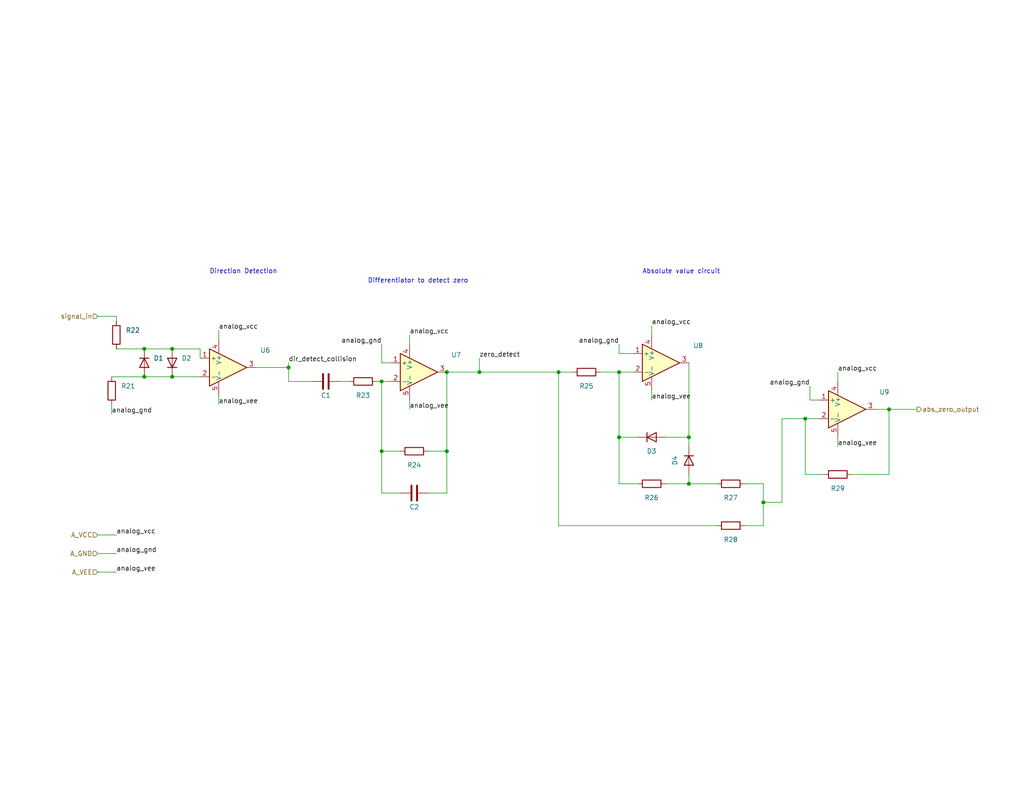
<source format=kicad_sch>
(kicad_sch (version 20211123) (generator eeschema)
  (paper "USLetter")
  (lib_symbols
    (symbol "Device:C" (pin_numbers hide) (pin_names (offset 0.254))
      (property "Reference" "C" (at 0.635 2.54 0))
      (property "Value" "C" (at 0.635 -2.54 0))
      (symbol "C_0_1"
        (polyline (pts (xy -2.032 -0.762) (xy 2.032 -0.762)) (stroke (width 0.508)))
        (polyline (pts (xy -2.032 0.762) (xy 2.032 0.762)) (stroke (width 0.508)))
      )
      (symbol "C_1_1"
        (pin passive line (at 0 3.81 270) (length 2.794) (name "~") (number "1"))
        (pin passive line (at 0 -3.81 90) (length 2.794) (name "~") (number "2"))
      )
    )
    (symbol "Device:D" (pin_numbers hide) (pin_names (offset 1.016) hide)
      (property "Reference" "D" (at 0 2.54 0))
      (property "Value" "D" (at 0 -2.54 0))
      (symbol "D_0_1"
        (polyline (pts (xy -1.27 1.27) (xy -1.27 -1.27)) (stroke (width 0.254)))
        (polyline (pts (xy 1.27 0) (xy -1.27 0)))
        (polyline (pts (xy 1.27 1.27) (xy 1.27 -1.27) (xy -1.27 0) (xy 1.27 1.27)) (stroke (width 0.254)))
      )
      (symbol "D_1_1"
        (pin passive line (at -3.81 0 0) (length 2.54) (name "K") (number "1"))
        (pin passive line (at 3.81 0 180) (length 2.54) (name "A") (number "2"))
      )
    )
    (symbol "Device:R" (pin_numbers hide) (pin_names (offset 0))
      (property "Reference" "R" (at 2.032 0 90))
      (property "Value" "R" (at 0 0 90))
      (symbol "R_0_1"
        (rectangle (start -1.016 -2.54) (end 1.016 2.54) (stroke (width 0.254)))
      )
      (symbol "R_1_1"
        (pin passive line (at 0 3.81 270) (length 1.27) (name "~") (number "1"))
        (pin passive line (at 0 -3.81 90) (length 1.27) (name "~") (number "2"))
      )
    )
    (symbol "Simulation_SPICE:OPAMP" (pin_names (offset 0.254))
      (property "Reference" "U" (at 3.81 3.175 0))
      (property "Value" "OPAMP" (at 3.81 -3.175 0))
      (symbol "OPAMP_0_1"
        (polyline (pts (xy 5.08 0) (xy -5.08 5.08) (xy -5.08 -5.08) (xy 5.08 0)) (stroke (width 0.254)) (fill (type background)))
      )
      (symbol "OPAMP_1_1"
        (pin input line (at -7.62 2.54 0) (length 2.54) (name "+") (number "1"))
        (pin input line (at -7.62 -2.54 0) (length 2.54) (name "-") (number "2"))
        (pin output line (at 7.62 0 180) (length 2.54) (name "~") (number "3"))
        (pin power_in line (at -2.54 7.62 270) (length 3.81) (name "V+") (number "4"))
        (pin power_in line (at -2.54 -7.62 90) (length 3.81) (name "V-") (number "5"))
      )
    )
  )
  (junction (at 78.74 100.33))
  (junction (at 208.28 137.16))
  (junction (at 104.14 123.19))
  (junction (at 168.91 101.6))
  (junction (at 242.57 111.76))
  (junction (at 39.37 102.87))
  (junction (at 130.81 101.6))
  (junction (at 39.37 95.25))
  (junction (at 152.4 101.6))
  (junction (at 187.96 132.08))
  (junction (at 46.99 95.25))
  (junction (at 219.71 114.3))
  (junction (at 168.91 119.38))
  (junction (at 187.96 119.38))
  (junction (at 46.99 102.87))
  (junction (at 121.92 123.19))
  (junction (at 104.14 104.14))
  (junction (at 121.92 101.6))
  (wire (pts (xy 54.61 97.79) (xy 54.61 95.25)))
  (wire (pts (xy 39.37 102.87) (xy 46.99 102.87)))
  (wire (pts (xy 102.87 104.14) (xy 104.14 104.14)))
  (wire (pts (xy 203.2 143.51) (xy 208.28 143.51)))
  (wire (pts (xy 104.14 99.06) (xy 104.14 93.98)))
  (wire (pts (xy 152.4 143.51) (xy 152.4 101.6)))
  (wire (pts (xy 208.28 143.51) (xy 208.28 137.16)))
  (wire (pts (xy 187.96 119.38) (xy 187.96 121.92)))
  (wire (pts (xy 26.67 146.05) (xy 31.75 146.05)))
  (wire (pts (xy 213.36 114.3) (xy 219.71 114.3)))
  (wire (pts (xy 109.22 123.19) (xy 104.14 123.19)))
  (wire (pts (xy 31.75 87.63) (xy 31.75 86.36)))
  (wire (pts (xy 130.81 101.6) (xy 152.4 101.6)))
  (wire (pts (xy 172.72 96.52) (xy 168.91 96.52)))
  (wire (pts (xy 59.69 107.95) (xy 59.69 110.49)))
  (wire (pts (xy 224.79 129.54) (xy 219.71 129.54)))
  (wire (pts (xy 92.71 104.14) (xy 95.25 104.14)))
  (wire (pts (xy 104.14 134.62) (xy 104.14 123.19)))
  (wire (pts (xy 104.14 104.14) (xy 106.68 104.14)))
  (wire (pts (xy 130.81 101.6) (xy 121.92 101.6)))
  (wire (pts (xy 195.58 132.08) (xy 187.96 132.08)))
  (wire (pts (xy 78.74 104.14) (xy 78.74 100.33)))
  (wire (pts (xy 213.36 137.16) (xy 213.36 114.3)))
  (wire (pts (xy 111.76 109.22) (xy 111.76 111.76)))
  (wire (pts (xy 121.92 134.62) (xy 121.92 123.19)))
  (wire (pts (xy 111.76 91.44) (xy 111.76 93.98)))
  (wire (pts (xy 177.8 88.9) (xy 177.8 91.44)))
  (wire (pts (xy 39.37 95.25) (xy 46.99 95.25)))
  (wire (pts (xy 242.57 129.54) (xy 242.57 111.76)))
  (wire (pts (xy 116.84 123.19) (xy 121.92 123.19)))
  (wire (pts (xy 208.28 137.16) (xy 208.28 132.08)))
  (wire (pts (xy 228.6 101.6) (xy 228.6 104.14)))
  (wire (pts (xy 130.81 97.79) (xy 130.81 101.6)))
  (wire (pts (xy 116.84 134.62) (xy 121.92 134.62)))
  (wire (pts (xy 228.6 119.38) (xy 228.6 121.92)))
  (wire (pts (xy 208.28 132.08) (xy 203.2 132.08)))
  (wire (pts (xy 69.85 100.33) (xy 78.74 100.33)))
  (wire (pts (xy 85.09 104.14) (xy 78.74 104.14)))
  (wire (pts (xy 242.57 111.76) (xy 238.76 111.76)))
  (wire (pts (xy 121.92 101.6) (xy 121.92 123.19)))
  (wire (pts (xy 168.91 132.08) (xy 168.91 119.38)))
  (wire (pts (xy 109.22 134.62) (xy 104.14 134.62)))
  (wire (pts (xy 195.58 143.51) (xy 152.4 143.51)))
  (wire (pts (xy 59.69 90.17) (xy 59.69 92.71)))
  (wire (pts (xy 220.98 109.22) (xy 220.98 105.41)))
  (wire (pts (xy 104.14 104.14) (xy 104.14 123.19)))
  (wire (pts (xy 181.61 132.08) (xy 187.96 132.08)))
  (wire (pts (xy 187.96 119.38) (xy 187.96 99.06)))
  (wire (pts (xy 54.61 95.25) (xy 46.99 95.25)))
  (wire (pts (xy 208.28 137.16) (xy 213.36 137.16)))
  (wire (pts (xy 242.57 111.76) (xy 250.19 111.76)))
  (wire (pts (xy 173.99 132.08) (xy 168.91 132.08)))
  (wire (pts (xy 223.52 109.22) (xy 220.98 109.22)))
  (wire (pts (xy 31.75 86.36) (xy 26.67 86.36)))
  (wire (pts (xy 26.67 151.13) (xy 31.75 151.13)))
  (wire (pts (xy 30.48 110.49) (xy 30.48 113.03)))
  (wire (pts (xy 181.61 119.38) (xy 187.96 119.38)))
  (wire (pts (xy 106.68 99.06) (xy 104.14 99.06)))
  (wire (pts (xy 187.96 129.54) (xy 187.96 132.08)))
  (wire (pts (xy 30.48 102.87) (xy 39.37 102.87)))
  (wire (pts (xy 168.91 119.38) (xy 173.99 119.38)))
  (wire (pts (xy 152.4 101.6) (xy 156.21 101.6)))
  (wire (pts (xy 168.91 101.6) (xy 172.72 101.6)))
  (wire (pts (xy 232.41 129.54) (xy 242.57 129.54)))
  (wire (pts (xy 168.91 96.52) (xy 168.91 93.98)))
  (wire (pts (xy 46.99 102.87) (xy 54.61 102.87)))
  (wire (pts (xy 177.8 106.68) (xy 177.8 109.22)))
  (wire (pts (xy 78.74 99.06) (xy 78.74 100.33)))
  (wire (pts (xy 219.71 129.54) (xy 219.71 114.3)))
  (wire (pts (xy 168.91 101.6) (xy 168.91 119.38)))
  (wire (pts (xy 219.71 114.3) (xy 223.52 114.3)))
  (wire (pts (xy 26.67 156.21) (xy 31.75 156.21)))
  (wire (pts (xy 163.83 101.6) (xy 168.91 101.6)))
  (wire (pts (xy 31.75 95.25) (xy 39.37 95.25)))
  (text "Direction Detection\n" (at 57.15 74.93 0) (effects (font (size 1.27 1.27)) (justify left bottom)))
  (text "Absolute value circuit" (at 175.26 74.93 0) (effects (font (size 1.27 1.27)) (justify left bottom)))
  (text "Differentiator to detect zero" (at 100.33 77.47 0) (effects (font (size 1.27 1.27)) (justify left bottom)))
  (label "analog_vee" (at 31.75 156.21 0))
  (label "analog_vee" (at 59.69 110.49 0))
  (label "analog_vee" (at 228.6 121.92 0))
  (label "zero_detect" (at 130.81 97.79 0))
  (label "analog_vcc" (at 59.69 90.17 0))
  (label "dir_detect_collision" (at 78.74 99.06 0))
  (label "analog_vcc" (at 111.76 91.44 0))
  (label "analog_vcc" (at 31.75 146.05 0))
  (label "analog_gnd" (at 168.91 93.98 180))
  (label "analog_gnd" (at 30.48 113.03 0))
  (label "analog_vcc" (at 228.6 101.6 0))
  (label "analog_gnd" (at 104.14 93.98 180))
  (label "analog_gnd" (at 31.75 151.13 0))
  (label "analog_gnd" (at 220.98 105.41 180))
  (label "analog_vcc" (at 177.8 88.9 0))
  (label "analog_vee" (at 177.8 109.22 0))
  (label "analog_vee" (at 111.76 111.76 0))
  (hierarchical_label "A_VCC" (shape input) (at 26.67 146.05 180))
  (hierarchical_label "signal_in" (shape input) (at 26.67 86.36 180))
  (hierarchical_label "A_VEE" (shape input) (at 26.67 156.21 180))
  (hierarchical_label "A_GND" (shape input) (at 26.67 151.13 180))
  (hierarchical_label "abs_zero_output" (shape output) (at 250.19 111.76 0))
  (symbol (lib_id "Device:R") (at 30.48 106.68 0) (unit 1)
    (property "Reference" "R21" (at 33.02 105.4099 0) (effects (justify left)))
  )
  (symbol (lib_id "Device:R") (at 113.03 123.19 90) (unit 1)
    (property "Reference" "R24" (at 113.03 127 90))
  )
  (symbol (lib_id "Device:D") (at 187.96 125.73 270) (unit 1)
    (property "Reference" "D4" (at 184.15 125.73 0))
    (property "Datasheet" "1n914" (effects hide))
    (property "Spice_Lib_File" "../../../../../spice-models/1N914.lib" (effects hide))
    (property "Spice_Model" "D1N914" (effects hide))
    (property "Spice_Netlist_Enabled" "Y" (effects hide))
    (property "Spice_Primitive" "D" (effects hide))
    (property "Spice_Node_Sequence" "2 1" (effects hide))
  )
  (symbol (lib_id "Simulation_SPICE:OPAMP") (at 180.34 99.06 0) (unit 1)
    (property "Reference" "U8" (at 190.5 94.361 0))
    (property "Spice_Netlist_Enabled" "Y" (effects hide))
    (property "Spice_Primitive" "X" (effects hide))
    (property "Spice_Model" "AD8031" (effects hide))
    (property "Spice_Lib_File" "/home/pab/Inventions/analog-circuit-game-console/ms-circuit-video-games/spice-models/ad8031.mod" (effects hide))
    (property "Spice_Node_Sequence" "1 2 4 5 3" (effects hide))
  )
  (symbol (lib_id "Device:R") (at 228.6 129.54 90) (unit 1)
    (property "Reference" "R29" (at 228.6 133.35 90))
  )
  (symbol (lib_id "Device:R") (at 199.39 143.51 90) (unit 1)
    (property "Reference" "R28" (at 199.39 147.32 90))
  )
  (symbol (lib_id "Simulation_SPICE:OPAMP") (at 114.3 101.6 0) (unit 1)
    (property "Reference" "U7" (at 124.46 96.901 0))
    (property "Spice_Netlist_Enabled" "Y" (effects hide))
    (property "Spice_Primitive" "X" (effects hide))
    (property "Spice_Model" "AD8031" (effects hide))
    (property "Spice_Lib_File" "/home/pab/Inventions/analog-circuit-game-console/ms-circuit-video-games/spice-models/ad8031.mod" (effects hide))
    (property "Spice_Node_Sequence" "1 2 4 5 3" (effects hide))
  )
  (symbol (lib_id "Simulation_SPICE:OPAMP") (at 62.23 100.33 0) (unit 1)
    (property "Reference" "U6" (at 72.39 95.631 0))
    (property "Spice_Netlist_Enabled" "Y" (effects hide))
    (property "Spice_Primitive" "X" (effects hide))
    (property "Spice_Model" "AD8031" (effects hide))
    (property "Spice_Lib_File" "/home/pab/Inventions/analog-circuit-game-console/ms-circuit-video-games/spice-models/ad8031.mod" (effects hide))
    (property "Spice_Node_Sequence" "1 2 4 5 3" (effects hide))
  )
  (symbol (lib_id "Device:D") (at 46.99 99.06 90) (unit 1)
    (property "Reference" "D2" (at 49.53 97.7899 90) (effects (justify right)))
    (property "Datasheet" "1n914" (effects hide))
    (property "Spice_Lib_File" "../../../../../spice-models/1N914.lib" (effects hide))
    (property "Spice_Model" "D1N914" (effects hide))
    (property "Spice_Netlist_Enabled" "Y" (effects hide))
    (property "Spice_Primitive" "D" (effects hide))
    (property "Spice_Node_Sequence" "2 1" (effects hide))
  )
  (symbol (lib_id "Device:R") (at 199.39 132.08 90) (unit 1)
    (property "Reference" "R27" (at 199.39 135.89 90))
  )
  (symbol (lib_id "Device:R") (at 177.8 132.08 90) (unit 1)
    (property "Reference" "R26" (at 177.8 135.89 90))
  )
  (symbol (lib_id "Device:R") (at 99.06 104.14 90) (unit 1)
    (property "Reference" "R23" (at 99.06 107.95 90))
  )
  (symbol (lib_id "Device:D") (at 39.37 99.06 270) (unit 1)
    (property "Reference" "D1" (at 41.91 97.7899 90) (effects (justify left)))
    (property "Datasheet" "1n914" (effects hide))
    (property "Spice_Lib_File" "../../../../../spice-models/1N914.lib" (effects hide))
    (property "Spice_Model" "D1N914" (effects hide))
    (property "Spice_Netlist_Enabled" "Y" (effects hide))
    (property "Spice_Primitive" "D" (effects hide))
    (property "Spice_Node_Sequence" "2 1" (effects hide))
  )
  (symbol (lib_id "Device:C") (at 88.9 104.14 90) (unit 1)
    (property "Reference" "C1" (at 88.9 107.95 90))
  )
  (symbol (lib_id "Device:R") (at 160.02 101.6 90) (unit 1)
    (property "Reference" "R25" (at 160.02 105.41 90))
  )
  (symbol (lib_id "Device:D") (at 177.8 119.38 0) (unit 1)
    (property "Reference" "D3" (at 177.8 123.19 0))
    (property "Datasheet" "1n914" (effects hide))
    (property "Spice_Primitive" "D" (effects hide))
    (property "Spice_Model" "D1N914" (effects hide))
    (property "Spice_Netlist_Enabled" "Y" (effects hide))
    (property "Spice_Lib_File" "../../../../../spice-models/1N914.lib" (effects hide))
    (property "Spice_Node_Sequence" "2 1" (effects hide))
  )
  (symbol (lib_id "Device:C") (at 113.03 134.62 90) (unit 1)
    (property "Reference" "C2" (at 113.03 138.43 90))
  )
  (symbol (lib_id "Device:R") (at 31.75 91.44 0) (unit 1)
    (property "Reference" "R22" (at 34.29 90.1699 0) (effects (justify left)))
  )
  (symbol (lib_id "Simulation_SPICE:OPAMP") (at 231.14 111.76 0) (unit 1)
    (property "Reference" "U9" (at 241.3 107.061 0))
    (property "Spice_Netlist_Enabled" "Y" (effects hide))
    (property "Spice_Primitive" "X" (effects hide))
    (property "Spice_Model" "AD8031" (effects hide))
    (property "Spice_Lib_File" "/home/pab/Inventions/analog-circuit-game-console/ms-circuit-video-games/spice-models/ad8031.mod" (effects hide))
    (property "Spice_Node_Sequence" "1 2 4 5 3" (effects hide))
  )
)
</source>
